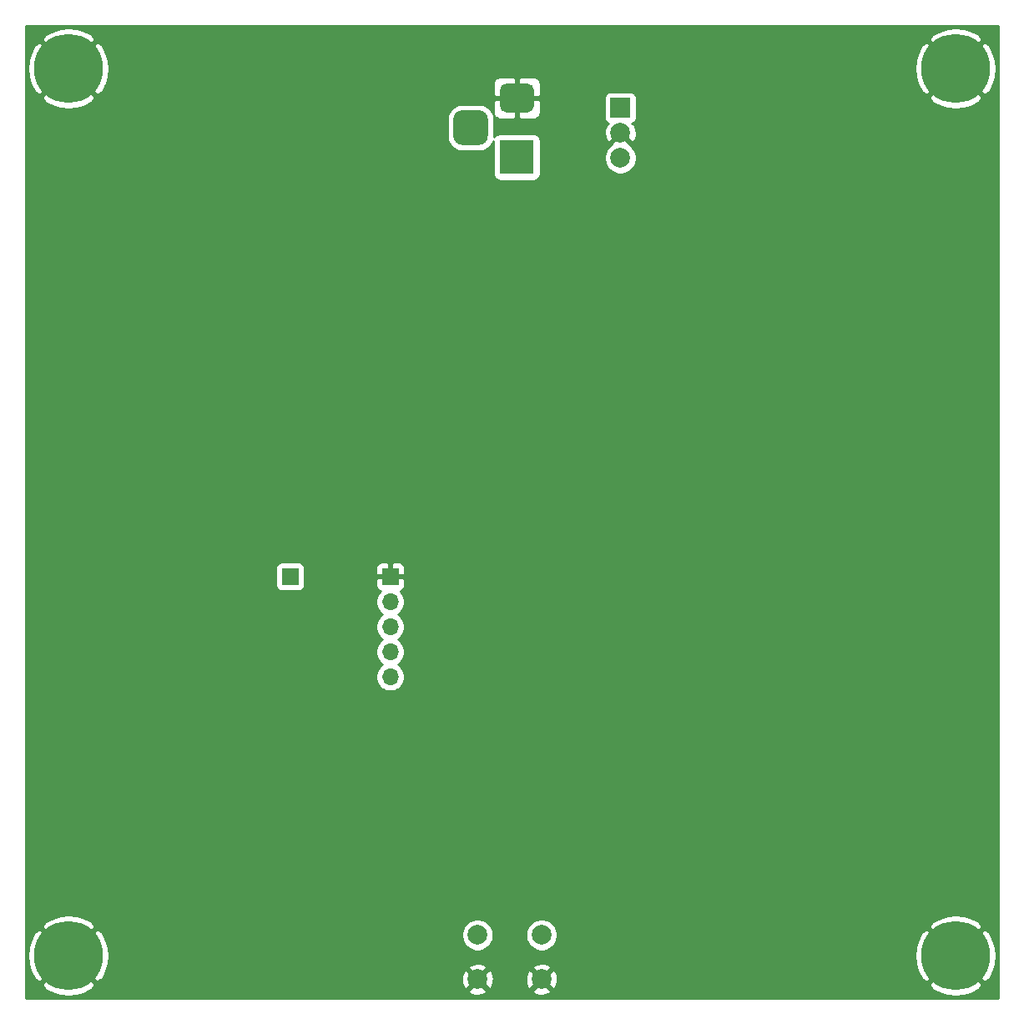
<source format=gbr>
G04 #@! TF.GenerationSoftware,KiCad,Pcbnew,(5.1.6-0-10_14)*
G04 #@! TF.CreationDate,2020-08-08T16:53:34-04:00*
G04 #@! TF.ProjectId,business-card-v4-programmer-board-pcb,62757369-6e65-4737-932d-636172642d76,rev?*
G04 #@! TF.SameCoordinates,Original*
G04 #@! TF.FileFunction,Copper,L2,Bot*
G04 #@! TF.FilePolarity,Positive*
%FSLAX46Y46*%
G04 Gerber Fmt 4.6, Leading zero omitted, Abs format (unit mm)*
G04 Created by KiCad (PCBNEW (5.1.6-0-10_14)) date 2020-08-08 16:53:34*
%MOMM*%
%LPD*%
G01*
G04 APERTURE LIST*
G04 #@! TA.AperFunction,ComponentPad*
%ADD10R,3.500000X3.500000*%
G04 #@! TD*
G04 #@! TA.AperFunction,ComponentPad*
%ADD11R,1.700000X1.700000*%
G04 #@! TD*
G04 #@! TA.AperFunction,ComponentPad*
%ADD12O,1.700000X1.700000*%
G04 #@! TD*
G04 #@! TA.AperFunction,ComponentPad*
%ADD13C,2.000000*%
G04 #@! TD*
G04 #@! TA.AperFunction,ComponentPad*
%ADD14R,2.000000X2.000000*%
G04 #@! TD*
G04 #@! TA.AperFunction,ComponentPad*
%ADD15C,0.800000*%
G04 #@! TD*
G04 #@! TA.AperFunction,ComponentPad*
%ADD16C,7.000000*%
G04 #@! TD*
G04 #@! TA.AperFunction,ViaPad*
%ADD17C,0.800000*%
G04 #@! TD*
G04 #@! TA.AperFunction,ViaPad*
%ADD18C,1.600000*%
G04 #@! TD*
G04 #@! TA.AperFunction,Conductor*
%ADD19C,0.254000*%
G04 #@! TD*
G04 APERTURE END LIST*
G04 #@! TA.AperFunction,ComponentPad*
G36*
G01*
X142425000Y-69250000D02*
X144175000Y-69250000D01*
G75*
G02*
X145050000Y-70125000I0J-875000D01*
G01*
X145050000Y-71875000D01*
G75*
G02*
X144175000Y-72750000I-875000J0D01*
G01*
X142425000Y-72750000D01*
G75*
G02*
X141550000Y-71875000I0J875000D01*
G01*
X141550000Y-70125000D01*
G75*
G02*
X142425000Y-69250000I875000J0D01*
G01*
G37*
G04 #@! TD.AperFunction*
G04 #@! TA.AperFunction,ComponentPad*
G36*
G01*
X147000000Y-66500000D02*
X149000000Y-66500000D01*
G75*
G02*
X149750000Y-67250000I0J-750000D01*
G01*
X149750000Y-68750000D01*
G75*
G02*
X149000000Y-69500000I-750000J0D01*
G01*
X147000000Y-69500000D01*
G75*
G02*
X146250000Y-68750000I0J750000D01*
G01*
X146250000Y-67250000D01*
G75*
G02*
X147000000Y-66500000I750000J0D01*
G01*
G37*
G04 #@! TD.AperFunction*
D10*
X148000000Y-74000000D03*
D11*
X124990000Y-116550000D03*
D12*
X135150000Y-126710000D03*
X135150000Y-124170000D03*
X135150000Y-121630000D03*
X135150000Y-119090000D03*
D11*
X135150000Y-116550000D03*
D13*
X158500000Y-74080000D03*
X158500000Y-71540000D03*
D14*
X158500000Y-69000000D03*
D13*
X150500000Y-152908000D03*
X150500000Y-157408000D03*
X144000000Y-152908000D03*
X144000000Y-157408000D03*
D15*
X104356155Y-153143845D03*
X102500000Y-152375000D03*
X100643845Y-153143845D03*
X99875000Y-155000000D03*
X100643845Y-156856155D03*
X102500000Y-157625000D03*
X104356155Y-156856155D03*
X105125000Y-155000000D03*
D16*
X102500000Y-155000000D03*
D15*
X190643845Y-66856155D03*
X192500000Y-67625000D03*
X194356155Y-66856155D03*
X195125000Y-65000000D03*
X194356155Y-63143845D03*
X192500000Y-62375000D03*
X190643845Y-63143845D03*
X189875000Y-65000000D03*
D16*
X192500000Y-65000000D03*
D15*
X194356155Y-153143845D03*
X192500000Y-152375000D03*
X190643845Y-153143845D03*
X189875000Y-155000000D03*
X190643845Y-156856155D03*
X192500000Y-157625000D03*
X194356155Y-156856155D03*
X195125000Y-155000000D03*
D16*
X192500000Y-155000000D03*
D15*
X100643845Y-66856155D03*
X102500000Y-67625000D03*
X104356155Y-66856155D03*
X105125000Y-65000000D03*
X104356155Y-63143845D03*
X102500000Y-62375000D03*
X100643845Y-63143845D03*
X99875000Y-65000000D03*
D16*
X102500000Y-65000000D03*
D17*
X158496000Y-83058000D03*
D18*
X153924000Y-78740000D03*
D17*
X157988000Y-153424000D03*
X136500000Y-73000000D03*
D19*
G36*
X196840001Y-159340000D02*
G01*
X98160000Y-159340000D01*
X98160000Y-157914155D01*
X99765450Y-157914155D01*
X100161634Y-158434550D01*
X100876612Y-158824748D01*
X101653976Y-159067964D01*
X102463853Y-159154851D01*
X103275118Y-159082069D01*
X104056597Y-158852415D01*
X104646996Y-158543413D01*
X143044192Y-158543413D01*
X143139956Y-158807814D01*
X143429571Y-158948704D01*
X143741108Y-159030384D01*
X144062595Y-159049718D01*
X144381675Y-159005961D01*
X144686088Y-158900795D01*
X144860044Y-158807814D01*
X144955808Y-158543413D01*
X149544192Y-158543413D01*
X149639956Y-158807814D01*
X149929571Y-158948704D01*
X150241108Y-159030384D01*
X150562595Y-159049718D01*
X150881675Y-159005961D01*
X151186088Y-158900795D01*
X151360044Y-158807814D01*
X151455808Y-158543413D01*
X150500000Y-157587605D01*
X149544192Y-158543413D01*
X144955808Y-158543413D01*
X144000000Y-157587605D01*
X143044192Y-158543413D01*
X104646996Y-158543413D01*
X104778256Y-158474715D01*
X104838366Y-158434550D01*
X105234550Y-157914155D01*
X102500000Y-155179605D01*
X99765450Y-157914155D01*
X98160000Y-157914155D01*
X98160000Y-154963853D01*
X98345149Y-154963853D01*
X98417931Y-155775118D01*
X98647585Y-156556597D01*
X99025285Y-157278256D01*
X99065450Y-157338366D01*
X99585845Y-157734550D01*
X102320395Y-155000000D01*
X102679605Y-155000000D01*
X105414155Y-157734550D01*
X105760864Y-157470595D01*
X142358282Y-157470595D01*
X142402039Y-157789675D01*
X142507205Y-158094088D01*
X142600186Y-158268044D01*
X142864587Y-158363808D01*
X143820395Y-157408000D01*
X144179605Y-157408000D01*
X145135413Y-158363808D01*
X145399814Y-158268044D01*
X145540704Y-157978429D01*
X145622384Y-157666892D01*
X145634189Y-157470595D01*
X148858282Y-157470595D01*
X148902039Y-157789675D01*
X149007205Y-158094088D01*
X149100186Y-158268044D01*
X149364587Y-158363808D01*
X150320395Y-157408000D01*
X150679605Y-157408000D01*
X151635413Y-158363808D01*
X151899814Y-158268044D01*
X152040704Y-157978429D01*
X152057555Y-157914155D01*
X189765450Y-157914155D01*
X190161634Y-158434550D01*
X190876612Y-158824748D01*
X191653976Y-159067964D01*
X192463853Y-159154851D01*
X193275118Y-159082069D01*
X194056597Y-158852415D01*
X194778256Y-158474715D01*
X194838366Y-158434550D01*
X195234550Y-157914155D01*
X192500000Y-155179605D01*
X189765450Y-157914155D01*
X152057555Y-157914155D01*
X152122384Y-157666892D01*
X152141718Y-157345405D01*
X152097961Y-157026325D01*
X151992795Y-156721912D01*
X151899814Y-156547956D01*
X151635413Y-156452192D01*
X150679605Y-157408000D01*
X150320395Y-157408000D01*
X149364587Y-156452192D01*
X149100186Y-156547956D01*
X148959296Y-156837571D01*
X148877616Y-157149108D01*
X148858282Y-157470595D01*
X145634189Y-157470595D01*
X145641718Y-157345405D01*
X145597961Y-157026325D01*
X145492795Y-156721912D01*
X145399814Y-156547956D01*
X145135413Y-156452192D01*
X144179605Y-157408000D01*
X143820395Y-157408000D01*
X142864587Y-156452192D01*
X142600186Y-156547956D01*
X142459296Y-156837571D01*
X142377616Y-157149108D01*
X142358282Y-157470595D01*
X105760864Y-157470595D01*
X105934550Y-157338366D01*
X106324748Y-156623388D01*
X106434504Y-156272587D01*
X143044192Y-156272587D01*
X144000000Y-157228395D01*
X144955808Y-156272587D01*
X149544192Y-156272587D01*
X150500000Y-157228395D01*
X151455808Y-156272587D01*
X151360044Y-156008186D01*
X151070429Y-155867296D01*
X150758892Y-155785616D01*
X150437405Y-155766282D01*
X150118325Y-155810039D01*
X149813912Y-155915205D01*
X149639956Y-156008186D01*
X149544192Y-156272587D01*
X144955808Y-156272587D01*
X144860044Y-156008186D01*
X144570429Y-155867296D01*
X144258892Y-155785616D01*
X143937405Y-155766282D01*
X143618325Y-155810039D01*
X143313912Y-155915205D01*
X143139956Y-156008186D01*
X143044192Y-156272587D01*
X106434504Y-156272587D01*
X106567964Y-155846024D01*
X106654851Y-155036147D01*
X106648366Y-154963853D01*
X188345149Y-154963853D01*
X188417931Y-155775118D01*
X188647585Y-156556597D01*
X189025285Y-157278256D01*
X189065450Y-157338366D01*
X189585845Y-157734550D01*
X192320395Y-155000000D01*
X192679605Y-155000000D01*
X195414155Y-157734550D01*
X195934550Y-157338366D01*
X196324748Y-156623388D01*
X196567964Y-155846024D01*
X196654851Y-155036147D01*
X196582069Y-154224882D01*
X196352415Y-153443403D01*
X195974715Y-152721744D01*
X195934550Y-152661634D01*
X195414155Y-152265450D01*
X192679605Y-155000000D01*
X192320395Y-155000000D01*
X189585845Y-152265450D01*
X189065450Y-152661634D01*
X188675252Y-153376612D01*
X188432036Y-154153976D01*
X188345149Y-154963853D01*
X106648366Y-154963853D01*
X106582069Y-154224882D01*
X106352415Y-153443403D01*
X105987917Y-152746967D01*
X142365000Y-152746967D01*
X142365000Y-153069033D01*
X142427832Y-153384912D01*
X142551082Y-153682463D01*
X142730013Y-153950252D01*
X142957748Y-154177987D01*
X143225537Y-154356918D01*
X143523088Y-154480168D01*
X143838967Y-154543000D01*
X144161033Y-154543000D01*
X144476912Y-154480168D01*
X144774463Y-154356918D01*
X145042252Y-154177987D01*
X145269987Y-153950252D01*
X145448918Y-153682463D01*
X145572168Y-153384912D01*
X145635000Y-153069033D01*
X145635000Y-152746967D01*
X148865000Y-152746967D01*
X148865000Y-153069033D01*
X148927832Y-153384912D01*
X149051082Y-153682463D01*
X149230013Y-153950252D01*
X149457748Y-154177987D01*
X149725537Y-154356918D01*
X150023088Y-154480168D01*
X150338967Y-154543000D01*
X150661033Y-154543000D01*
X150976912Y-154480168D01*
X151274463Y-154356918D01*
X151542252Y-154177987D01*
X151769987Y-153950252D01*
X151948918Y-153682463D01*
X152072168Y-153384912D01*
X152135000Y-153069033D01*
X152135000Y-152746967D01*
X152072168Y-152431088D01*
X151948918Y-152133537D01*
X151917052Y-152085845D01*
X189765450Y-152085845D01*
X192500000Y-154820395D01*
X195234550Y-152085845D01*
X194838366Y-151565450D01*
X194123388Y-151175252D01*
X193346024Y-150932036D01*
X192536147Y-150845149D01*
X191724882Y-150917931D01*
X190943403Y-151147585D01*
X190221744Y-151525285D01*
X190161634Y-151565450D01*
X189765450Y-152085845D01*
X151917052Y-152085845D01*
X151769987Y-151865748D01*
X151542252Y-151638013D01*
X151274463Y-151459082D01*
X150976912Y-151335832D01*
X150661033Y-151273000D01*
X150338967Y-151273000D01*
X150023088Y-151335832D01*
X149725537Y-151459082D01*
X149457748Y-151638013D01*
X149230013Y-151865748D01*
X149051082Y-152133537D01*
X148927832Y-152431088D01*
X148865000Y-152746967D01*
X145635000Y-152746967D01*
X145572168Y-152431088D01*
X145448918Y-152133537D01*
X145269987Y-151865748D01*
X145042252Y-151638013D01*
X144774463Y-151459082D01*
X144476912Y-151335832D01*
X144161033Y-151273000D01*
X143838967Y-151273000D01*
X143523088Y-151335832D01*
X143225537Y-151459082D01*
X142957748Y-151638013D01*
X142730013Y-151865748D01*
X142551082Y-152133537D01*
X142427832Y-152431088D01*
X142365000Y-152746967D01*
X105987917Y-152746967D01*
X105974715Y-152721744D01*
X105934550Y-152661634D01*
X105414155Y-152265450D01*
X102679605Y-155000000D01*
X102320395Y-155000000D01*
X99585845Y-152265450D01*
X99065450Y-152661634D01*
X98675252Y-153376612D01*
X98432036Y-154153976D01*
X98345149Y-154963853D01*
X98160000Y-154963853D01*
X98160000Y-152085845D01*
X99765450Y-152085845D01*
X102500000Y-154820395D01*
X105234550Y-152085845D01*
X104838366Y-151565450D01*
X104123388Y-151175252D01*
X103346024Y-150932036D01*
X102536147Y-150845149D01*
X101724882Y-150917931D01*
X100943403Y-151147585D01*
X100221744Y-151525285D01*
X100161634Y-151565450D01*
X99765450Y-152085845D01*
X98160000Y-152085845D01*
X98160000Y-115700000D01*
X123501928Y-115700000D01*
X123501928Y-117400000D01*
X123514188Y-117524482D01*
X123550498Y-117644180D01*
X123609463Y-117754494D01*
X123688815Y-117851185D01*
X123785506Y-117930537D01*
X123895820Y-117989502D01*
X124015518Y-118025812D01*
X124140000Y-118038072D01*
X125840000Y-118038072D01*
X125964482Y-118025812D01*
X126084180Y-117989502D01*
X126194494Y-117930537D01*
X126291185Y-117851185D01*
X126370537Y-117754494D01*
X126429502Y-117644180D01*
X126465812Y-117524482D01*
X126478072Y-117400000D01*
X133661928Y-117400000D01*
X133674188Y-117524482D01*
X133710498Y-117644180D01*
X133769463Y-117754494D01*
X133848815Y-117851185D01*
X133945506Y-117930537D01*
X134055820Y-117989502D01*
X134128380Y-118011513D01*
X133996525Y-118143368D01*
X133834010Y-118386589D01*
X133722068Y-118656842D01*
X133665000Y-118943740D01*
X133665000Y-119236260D01*
X133722068Y-119523158D01*
X133834010Y-119793411D01*
X133996525Y-120036632D01*
X134203368Y-120243475D01*
X134377760Y-120360000D01*
X134203368Y-120476525D01*
X133996525Y-120683368D01*
X133834010Y-120926589D01*
X133722068Y-121196842D01*
X133665000Y-121483740D01*
X133665000Y-121776260D01*
X133722068Y-122063158D01*
X133834010Y-122333411D01*
X133996525Y-122576632D01*
X134203368Y-122783475D01*
X134377760Y-122900000D01*
X134203368Y-123016525D01*
X133996525Y-123223368D01*
X133834010Y-123466589D01*
X133722068Y-123736842D01*
X133665000Y-124023740D01*
X133665000Y-124316260D01*
X133722068Y-124603158D01*
X133834010Y-124873411D01*
X133996525Y-125116632D01*
X134203368Y-125323475D01*
X134377760Y-125440000D01*
X134203368Y-125556525D01*
X133996525Y-125763368D01*
X133834010Y-126006589D01*
X133722068Y-126276842D01*
X133665000Y-126563740D01*
X133665000Y-126856260D01*
X133722068Y-127143158D01*
X133834010Y-127413411D01*
X133996525Y-127656632D01*
X134203368Y-127863475D01*
X134446589Y-128025990D01*
X134716842Y-128137932D01*
X135003740Y-128195000D01*
X135296260Y-128195000D01*
X135583158Y-128137932D01*
X135853411Y-128025990D01*
X136096632Y-127863475D01*
X136303475Y-127656632D01*
X136465990Y-127413411D01*
X136577932Y-127143158D01*
X136635000Y-126856260D01*
X136635000Y-126563740D01*
X136577932Y-126276842D01*
X136465990Y-126006589D01*
X136303475Y-125763368D01*
X136096632Y-125556525D01*
X135922240Y-125440000D01*
X136096632Y-125323475D01*
X136303475Y-125116632D01*
X136465990Y-124873411D01*
X136577932Y-124603158D01*
X136635000Y-124316260D01*
X136635000Y-124023740D01*
X136577932Y-123736842D01*
X136465990Y-123466589D01*
X136303475Y-123223368D01*
X136096632Y-123016525D01*
X135922240Y-122900000D01*
X136096632Y-122783475D01*
X136303475Y-122576632D01*
X136465990Y-122333411D01*
X136577932Y-122063158D01*
X136635000Y-121776260D01*
X136635000Y-121483740D01*
X136577932Y-121196842D01*
X136465990Y-120926589D01*
X136303475Y-120683368D01*
X136096632Y-120476525D01*
X135922240Y-120360000D01*
X136096632Y-120243475D01*
X136303475Y-120036632D01*
X136465990Y-119793411D01*
X136577932Y-119523158D01*
X136635000Y-119236260D01*
X136635000Y-118943740D01*
X136577932Y-118656842D01*
X136465990Y-118386589D01*
X136303475Y-118143368D01*
X136171620Y-118011513D01*
X136244180Y-117989502D01*
X136354494Y-117930537D01*
X136451185Y-117851185D01*
X136530537Y-117754494D01*
X136589502Y-117644180D01*
X136625812Y-117524482D01*
X136638072Y-117400000D01*
X136635000Y-116835750D01*
X136476250Y-116677000D01*
X135277000Y-116677000D01*
X135277000Y-116697000D01*
X135023000Y-116697000D01*
X135023000Y-116677000D01*
X133823750Y-116677000D01*
X133665000Y-116835750D01*
X133661928Y-117400000D01*
X126478072Y-117400000D01*
X126478072Y-115700000D01*
X133661928Y-115700000D01*
X133665000Y-116264250D01*
X133823750Y-116423000D01*
X135023000Y-116423000D01*
X135023000Y-115223750D01*
X135277000Y-115223750D01*
X135277000Y-116423000D01*
X136476250Y-116423000D01*
X136635000Y-116264250D01*
X136638072Y-115700000D01*
X136625812Y-115575518D01*
X136589502Y-115455820D01*
X136530537Y-115345506D01*
X136451185Y-115248815D01*
X136354494Y-115169463D01*
X136244180Y-115110498D01*
X136124482Y-115074188D01*
X136000000Y-115061928D01*
X135435750Y-115065000D01*
X135277000Y-115223750D01*
X135023000Y-115223750D01*
X134864250Y-115065000D01*
X134300000Y-115061928D01*
X134175518Y-115074188D01*
X134055820Y-115110498D01*
X133945506Y-115169463D01*
X133848815Y-115248815D01*
X133769463Y-115345506D01*
X133710498Y-115455820D01*
X133674188Y-115575518D01*
X133661928Y-115700000D01*
X126478072Y-115700000D01*
X126465812Y-115575518D01*
X126429502Y-115455820D01*
X126370537Y-115345506D01*
X126291185Y-115248815D01*
X126194494Y-115169463D01*
X126084180Y-115110498D01*
X125964482Y-115074188D01*
X125840000Y-115061928D01*
X124140000Y-115061928D01*
X124015518Y-115074188D01*
X123895820Y-115110498D01*
X123785506Y-115169463D01*
X123688815Y-115248815D01*
X123609463Y-115345506D01*
X123550498Y-115455820D01*
X123514188Y-115575518D01*
X123501928Y-115700000D01*
X98160000Y-115700000D01*
X98160000Y-70125000D01*
X140911928Y-70125000D01*
X140911928Y-71875000D01*
X140941001Y-72170186D01*
X141027104Y-72454028D01*
X141166927Y-72715618D01*
X141355097Y-72944903D01*
X141584382Y-73133073D01*
X141845972Y-73272896D01*
X142129814Y-73358999D01*
X142425000Y-73388072D01*
X144175000Y-73388072D01*
X144470186Y-73358999D01*
X144754028Y-73272896D01*
X145015618Y-73133073D01*
X145244903Y-72944903D01*
X145433073Y-72715618D01*
X145572896Y-72454028D01*
X145611928Y-72325357D01*
X145611928Y-75750000D01*
X145624188Y-75874482D01*
X145660498Y-75994180D01*
X145719463Y-76104494D01*
X145798815Y-76201185D01*
X145895506Y-76280537D01*
X146005820Y-76339502D01*
X146125518Y-76375812D01*
X146250000Y-76388072D01*
X149750000Y-76388072D01*
X149874482Y-76375812D01*
X149994180Y-76339502D01*
X150104494Y-76280537D01*
X150201185Y-76201185D01*
X150280537Y-76104494D01*
X150339502Y-75994180D01*
X150375812Y-75874482D01*
X150388072Y-75750000D01*
X150388072Y-73918967D01*
X156865000Y-73918967D01*
X156865000Y-74241033D01*
X156927832Y-74556912D01*
X157051082Y-74854463D01*
X157230013Y-75122252D01*
X157457748Y-75349987D01*
X157725537Y-75528918D01*
X158023088Y-75652168D01*
X158338967Y-75715000D01*
X158661033Y-75715000D01*
X158976912Y-75652168D01*
X159274463Y-75528918D01*
X159542252Y-75349987D01*
X159769987Y-75122252D01*
X159948918Y-74854463D01*
X160072168Y-74556912D01*
X160135000Y-74241033D01*
X160135000Y-73918967D01*
X160072168Y-73603088D01*
X159948918Y-73305537D01*
X159769987Y-73037748D01*
X159542252Y-72810013D01*
X159433400Y-72737280D01*
X159455808Y-72675413D01*
X158500000Y-71719605D01*
X157544192Y-72675413D01*
X157566600Y-72737280D01*
X157457748Y-72810013D01*
X157230013Y-73037748D01*
X157051082Y-73305537D01*
X156927832Y-73603088D01*
X156865000Y-73918967D01*
X150388072Y-73918967D01*
X150388072Y-72250000D01*
X150375812Y-72125518D01*
X150339502Y-72005820D01*
X150280537Y-71895506D01*
X150201185Y-71798815D01*
X150104494Y-71719463D01*
X149994180Y-71660498D01*
X149874482Y-71624188D01*
X149750000Y-71611928D01*
X146250000Y-71611928D01*
X146125518Y-71624188D01*
X146005820Y-71660498D01*
X145895506Y-71719463D01*
X145798815Y-71798815D01*
X145719463Y-71895506D01*
X145678506Y-71972131D01*
X145688072Y-71875000D01*
X145688072Y-71602595D01*
X156858282Y-71602595D01*
X156902039Y-71921675D01*
X157007205Y-72226088D01*
X157100186Y-72400044D01*
X157364587Y-72495808D01*
X158320395Y-71540000D01*
X158306253Y-71525858D01*
X158485858Y-71346253D01*
X158500000Y-71360395D01*
X158514143Y-71346253D01*
X158693748Y-71525858D01*
X158679605Y-71540000D01*
X159635413Y-72495808D01*
X159899814Y-72400044D01*
X160040704Y-72110429D01*
X160122384Y-71798892D01*
X160141718Y-71477405D01*
X160097961Y-71158325D01*
X159992795Y-70853912D01*
X159899814Y-70679956D01*
X159692967Y-70605037D01*
X159744180Y-70589502D01*
X159854494Y-70530537D01*
X159951185Y-70451185D01*
X160030537Y-70354494D01*
X160089502Y-70244180D01*
X160125812Y-70124482D01*
X160138072Y-70000000D01*
X160138072Y-68000000D01*
X160129618Y-67914155D01*
X189765450Y-67914155D01*
X190161634Y-68434550D01*
X190876612Y-68824748D01*
X191653976Y-69067964D01*
X192463853Y-69154851D01*
X193275118Y-69082069D01*
X194056597Y-68852415D01*
X194778256Y-68474715D01*
X194838366Y-68434550D01*
X195234550Y-67914155D01*
X192500000Y-65179605D01*
X189765450Y-67914155D01*
X160129618Y-67914155D01*
X160125812Y-67875518D01*
X160089502Y-67755820D01*
X160030537Y-67645506D01*
X159951185Y-67548815D01*
X159854494Y-67469463D01*
X159744180Y-67410498D01*
X159624482Y-67374188D01*
X159500000Y-67361928D01*
X157500000Y-67361928D01*
X157375518Y-67374188D01*
X157255820Y-67410498D01*
X157145506Y-67469463D01*
X157048815Y-67548815D01*
X156969463Y-67645506D01*
X156910498Y-67755820D01*
X156874188Y-67875518D01*
X156861928Y-68000000D01*
X156861928Y-70000000D01*
X156874188Y-70124482D01*
X156910498Y-70244180D01*
X156969463Y-70354494D01*
X157048815Y-70451185D01*
X157145506Y-70530537D01*
X157255820Y-70589502D01*
X157307033Y-70605037D01*
X157100186Y-70679956D01*
X156959296Y-70969571D01*
X156877616Y-71281108D01*
X156858282Y-71602595D01*
X145688072Y-71602595D01*
X145688072Y-70125000D01*
X145658999Y-69829814D01*
X145572896Y-69545972D01*
X145548324Y-69500000D01*
X145611928Y-69500000D01*
X145624188Y-69624482D01*
X145660498Y-69744180D01*
X145719463Y-69854494D01*
X145798815Y-69951185D01*
X145895506Y-70030537D01*
X146005820Y-70089502D01*
X146125518Y-70125812D01*
X146250000Y-70138072D01*
X147714250Y-70135000D01*
X147873000Y-69976250D01*
X147873000Y-68127000D01*
X148127000Y-68127000D01*
X148127000Y-69976250D01*
X148285750Y-70135000D01*
X149750000Y-70138072D01*
X149874482Y-70125812D01*
X149994180Y-70089502D01*
X150104494Y-70030537D01*
X150201185Y-69951185D01*
X150280537Y-69854494D01*
X150339502Y-69744180D01*
X150375812Y-69624482D01*
X150388072Y-69500000D01*
X150385000Y-68285750D01*
X150226250Y-68127000D01*
X148127000Y-68127000D01*
X147873000Y-68127000D01*
X145773750Y-68127000D01*
X145615000Y-68285750D01*
X145611928Y-69500000D01*
X145548324Y-69500000D01*
X145433073Y-69284382D01*
X145244903Y-69055097D01*
X145015618Y-68866927D01*
X144754028Y-68727104D01*
X144470186Y-68641001D01*
X144175000Y-68611928D01*
X142425000Y-68611928D01*
X142129814Y-68641001D01*
X141845972Y-68727104D01*
X141584382Y-68866927D01*
X141355097Y-69055097D01*
X141166927Y-69284382D01*
X141027104Y-69545972D01*
X140941001Y-69829814D01*
X140911928Y-70125000D01*
X98160000Y-70125000D01*
X98160000Y-67914155D01*
X99765450Y-67914155D01*
X100161634Y-68434550D01*
X100876612Y-68824748D01*
X101653976Y-69067964D01*
X102463853Y-69154851D01*
X103275118Y-69082069D01*
X104056597Y-68852415D01*
X104778256Y-68474715D01*
X104838366Y-68434550D01*
X105234550Y-67914155D01*
X102500000Y-65179605D01*
X99765450Y-67914155D01*
X98160000Y-67914155D01*
X98160000Y-64963853D01*
X98345149Y-64963853D01*
X98417931Y-65775118D01*
X98647585Y-66556597D01*
X99025285Y-67278256D01*
X99065450Y-67338366D01*
X99585845Y-67734550D01*
X102320395Y-65000000D01*
X102679605Y-65000000D01*
X105414155Y-67734550D01*
X105934550Y-67338366D01*
X106324748Y-66623388D01*
X106363352Y-66500000D01*
X145611928Y-66500000D01*
X145615000Y-67714250D01*
X145773750Y-67873000D01*
X147873000Y-67873000D01*
X147873000Y-66023750D01*
X148127000Y-66023750D01*
X148127000Y-67873000D01*
X150226250Y-67873000D01*
X150385000Y-67714250D01*
X150388072Y-66500000D01*
X150375812Y-66375518D01*
X150339502Y-66255820D01*
X150280537Y-66145506D01*
X150201185Y-66048815D01*
X150104494Y-65969463D01*
X149994180Y-65910498D01*
X149874482Y-65874188D01*
X149750000Y-65861928D01*
X148285750Y-65865000D01*
X148127000Y-66023750D01*
X147873000Y-66023750D01*
X147714250Y-65865000D01*
X146250000Y-65861928D01*
X146125518Y-65874188D01*
X146005820Y-65910498D01*
X145895506Y-65969463D01*
X145798815Y-66048815D01*
X145719463Y-66145506D01*
X145660498Y-66255820D01*
X145624188Y-66375518D01*
X145611928Y-66500000D01*
X106363352Y-66500000D01*
X106567964Y-65846024D01*
X106654851Y-65036147D01*
X106648366Y-64963853D01*
X188345149Y-64963853D01*
X188417931Y-65775118D01*
X188647585Y-66556597D01*
X189025285Y-67278256D01*
X189065450Y-67338366D01*
X189585845Y-67734550D01*
X192320395Y-65000000D01*
X192679605Y-65000000D01*
X195414155Y-67734550D01*
X195934550Y-67338366D01*
X196324748Y-66623388D01*
X196567964Y-65846024D01*
X196654851Y-65036147D01*
X196582069Y-64224882D01*
X196352415Y-63443403D01*
X195974715Y-62721744D01*
X195934550Y-62661634D01*
X195414155Y-62265450D01*
X192679605Y-65000000D01*
X192320395Y-65000000D01*
X189585845Y-62265450D01*
X189065450Y-62661634D01*
X188675252Y-63376612D01*
X188432036Y-64153976D01*
X188345149Y-64963853D01*
X106648366Y-64963853D01*
X106582069Y-64224882D01*
X106352415Y-63443403D01*
X105974715Y-62721744D01*
X105934550Y-62661634D01*
X105414155Y-62265450D01*
X102679605Y-65000000D01*
X102320395Y-65000000D01*
X99585845Y-62265450D01*
X99065450Y-62661634D01*
X98675252Y-63376612D01*
X98432036Y-64153976D01*
X98345149Y-64963853D01*
X98160000Y-64963853D01*
X98160000Y-62085845D01*
X99765450Y-62085845D01*
X102500000Y-64820395D01*
X105234550Y-62085845D01*
X189765450Y-62085845D01*
X192500000Y-64820395D01*
X195234550Y-62085845D01*
X194838366Y-61565450D01*
X194123388Y-61175252D01*
X193346024Y-60932036D01*
X192536147Y-60845149D01*
X191724882Y-60917931D01*
X190943403Y-61147585D01*
X190221744Y-61525285D01*
X190161634Y-61565450D01*
X189765450Y-62085845D01*
X105234550Y-62085845D01*
X104838366Y-61565450D01*
X104123388Y-61175252D01*
X103346024Y-60932036D01*
X102536147Y-60845149D01*
X101724882Y-60917931D01*
X100943403Y-61147585D01*
X100221744Y-61525285D01*
X100161634Y-61565450D01*
X99765450Y-62085845D01*
X98160000Y-62085845D01*
X98160000Y-60660000D01*
X196840000Y-60660000D01*
X196840001Y-159340000D01*
G37*
X196840001Y-159340000D02*
X98160000Y-159340000D01*
X98160000Y-157914155D01*
X99765450Y-157914155D01*
X100161634Y-158434550D01*
X100876612Y-158824748D01*
X101653976Y-159067964D01*
X102463853Y-159154851D01*
X103275118Y-159082069D01*
X104056597Y-158852415D01*
X104646996Y-158543413D01*
X143044192Y-158543413D01*
X143139956Y-158807814D01*
X143429571Y-158948704D01*
X143741108Y-159030384D01*
X144062595Y-159049718D01*
X144381675Y-159005961D01*
X144686088Y-158900795D01*
X144860044Y-158807814D01*
X144955808Y-158543413D01*
X149544192Y-158543413D01*
X149639956Y-158807814D01*
X149929571Y-158948704D01*
X150241108Y-159030384D01*
X150562595Y-159049718D01*
X150881675Y-159005961D01*
X151186088Y-158900795D01*
X151360044Y-158807814D01*
X151455808Y-158543413D01*
X150500000Y-157587605D01*
X149544192Y-158543413D01*
X144955808Y-158543413D01*
X144000000Y-157587605D01*
X143044192Y-158543413D01*
X104646996Y-158543413D01*
X104778256Y-158474715D01*
X104838366Y-158434550D01*
X105234550Y-157914155D01*
X102500000Y-155179605D01*
X99765450Y-157914155D01*
X98160000Y-157914155D01*
X98160000Y-154963853D01*
X98345149Y-154963853D01*
X98417931Y-155775118D01*
X98647585Y-156556597D01*
X99025285Y-157278256D01*
X99065450Y-157338366D01*
X99585845Y-157734550D01*
X102320395Y-155000000D01*
X102679605Y-155000000D01*
X105414155Y-157734550D01*
X105760864Y-157470595D01*
X142358282Y-157470595D01*
X142402039Y-157789675D01*
X142507205Y-158094088D01*
X142600186Y-158268044D01*
X142864587Y-158363808D01*
X143820395Y-157408000D01*
X144179605Y-157408000D01*
X145135413Y-158363808D01*
X145399814Y-158268044D01*
X145540704Y-157978429D01*
X145622384Y-157666892D01*
X145634189Y-157470595D01*
X148858282Y-157470595D01*
X148902039Y-157789675D01*
X149007205Y-158094088D01*
X149100186Y-158268044D01*
X149364587Y-158363808D01*
X150320395Y-157408000D01*
X150679605Y-157408000D01*
X151635413Y-158363808D01*
X151899814Y-158268044D01*
X152040704Y-157978429D01*
X152057555Y-157914155D01*
X189765450Y-157914155D01*
X190161634Y-158434550D01*
X190876612Y-158824748D01*
X191653976Y-159067964D01*
X192463853Y-159154851D01*
X193275118Y-159082069D01*
X194056597Y-158852415D01*
X194778256Y-158474715D01*
X194838366Y-158434550D01*
X195234550Y-157914155D01*
X192500000Y-155179605D01*
X189765450Y-157914155D01*
X152057555Y-157914155D01*
X152122384Y-157666892D01*
X152141718Y-157345405D01*
X152097961Y-157026325D01*
X151992795Y-156721912D01*
X151899814Y-156547956D01*
X151635413Y-156452192D01*
X150679605Y-157408000D01*
X150320395Y-157408000D01*
X149364587Y-156452192D01*
X149100186Y-156547956D01*
X148959296Y-156837571D01*
X148877616Y-157149108D01*
X148858282Y-157470595D01*
X145634189Y-157470595D01*
X145641718Y-157345405D01*
X145597961Y-157026325D01*
X145492795Y-156721912D01*
X145399814Y-156547956D01*
X145135413Y-156452192D01*
X144179605Y-157408000D01*
X143820395Y-157408000D01*
X142864587Y-156452192D01*
X142600186Y-156547956D01*
X142459296Y-156837571D01*
X142377616Y-157149108D01*
X142358282Y-157470595D01*
X105760864Y-157470595D01*
X105934550Y-157338366D01*
X106324748Y-156623388D01*
X106434504Y-156272587D01*
X143044192Y-156272587D01*
X144000000Y-157228395D01*
X144955808Y-156272587D01*
X149544192Y-156272587D01*
X150500000Y-157228395D01*
X151455808Y-156272587D01*
X151360044Y-156008186D01*
X151070429Y-155867296D01*
X150758892Y-155785616D01*
X150437405Y-155766282D01*
X150118325Y-155810039D01*
X149813912Y-155915205D01*
X149639956Y-156008186D01*
X149544192Y-156272587D01*
X144955808Y-156272587D01*
X144860044Y-156008186D01*
X144570429Y-155867296D01*
X144258892Y-155785616D01*
X143937405Y-155766282D01*
X143618325Y-155810039D01*
X143313912Y-155915205D01*
X143139956Y-156008186D01*
X143044192Y-156272587D01*
X106434504Y-156272587D01*
X106567964Y-155846024D01*
X106654851Y-155036147D01*
X106648366Y-154963853D01*
X188345149Y-154963853D01*
X188417931Y-155775118D01*
X188647585Y-156556597D01*
X189025285Y-157278256D01*
X189065450Y-157338366D01*
X189585845Y-157734550D01*
X192320395Y-155000000D01*
X192679605Y-155000000D01*
X195414155Y-157734550D01*
X195934550Y-157338366D01*
X196324748Y-156623388D01*
X196567964Y-155846024D01*
X196654851Y-155036147D01*
X196582069Y-154224882D01*
X196352415Y-153443403D01*
X195974715Y-152721744D01*
X195934550Y-152661634D01*
X195414155Y-152265450D01*
X192679605Y-155000000D01*
X192320395Y-155000000D01*
X189585845Y-152265450D01*
X189065450Y-152661634D01*
X188675252Y-153376612D01*
X188432036Y-154153976D01*
X188345149Y-154963853D01*
X106648366Y-154963853D01*
X106582069Y-154224882D01*
X106352415Y-153443403D01*
X105987917Y-152746967D01*
X142365000Y-152746967D01*
X142365000Y-153069033D01*
X142427832Y-153384912D01*
X142551082Y-153682463D01*
X142730013Y-153950252D01*
X142957748Y-154177987D01*
X143225537Y-154356918D01*
X143523088Y-154480168D01*
X143838967Y-154543000D01*
X144161033Y-154543000D01*
X144476912Y-154480168D01*
X144774463Y-154356918D01*
X145042252Y-154177987D01*
X145269987Y-153950252D01*
X145448918Y-153682463D01*
X145572168Y-153384912D01*
X145635000Y-153069033D01*
X145635000Y-152746967D01*
X148865000Y-152746967D01*
X148865000Y-153069033D01*
X148927832Y-153384912D01*
X149051082Y-153682463D01*
X149230013Y-153950252D01*
X149457748Y-154177987D01*
X149725537Y-154356918D01*
X150023088Y-154480168D01*
X150338967Y-154543000D01*
X150661033Y-154543000D01*
X150976912Y-154480168D01*
X151274463Y-154356918D01*
X151542252Y-154177987D01*
X151769987Y-153950252D01*
X151948918Y-153682463D01*
X152072168Y-153384912D01*
X152135000Y-153069033D01*
X152135000Y-152746967D01*
X152072168Y-152431088D01*
X151948918Y-152133537D01*
X151917052Y-152085845D01*
X189765450Y-152085845D01*
X192500000Y-154820395D01*
X195234550Y-152085845D01*
X194838366Y-151565450D01*
X194123388Y-151175252D01*
X193346024Y-150932036D01*
X192536147Y-150845149D01*
X191724882Y-150917931D01*
X190943403Y-151147585D01*
X190221744Y-151525285D01*
X190161634Y-151565450D01*
X189765450Y-152085845D01*
X151917052Y-152085845D01*
X151769987Y-151865748D01*
X151542252Y-151638013D01*
X151274463Y-151459082D01*
X150976912Y-151335832D01*
X150661033Y-151273000D01*
X150338967Y-151273000D01*
X150023088Y-151335832D01*
X149725537Y-151459082D01*
X149457748Y-151638013D01*
X149230013Y-151865748D01*
X149051082Y-152133537D01*
X148927832Y-152431088D01*
X148865000Y-152746967D01*
X145635000Y-152746967D01*
X145572168Y-152431088D01*
X145448918Y-152133537D01*
X145269987Y-151865748D01*
X145042252Y-151638013D01*
X144774463Y-151459082D01*
X144476912Y-151335832D01*
X144161033Y-151273000D01*
X143838967Y-151273000D01*
X143523088Y-151335832D01*
X143225537Y-151459082D01*
X142957748Y-151638013D01*
X142730013Y-151865748D01*
X142551082Y-152133537D01*
X142427832Y-152431088D01*
X142365000Y-152746967D01*
X105987917Y-152746967D01*
X105974715Y-152721744D01*
X105934550Y-152661634D01*
X105414155Y-152265450D01*
X102679605Y-155000000D01*
X102320395Y-155000000D01*
X99585845Y-152265450D01*
X99065450Y-152661634D01*
X98675252Y-153376612D01*
X98432036Y-154153976D01*
X98345149Y-154963853D01*
X98160000Y-154963853D01*
X98160000Y-152085845D01*
X99765450Y-152085845D01*
X102500000Y-154820395D01*
X105234550Y-152085845D01*
X104838366Y-151565450D01*
X104123388Y-151175252D01*
X103346024Y-150932036D01*
X102536147Y-150845149D01*
X101724882Y-150917931D01*
X100943403Y-151147585D01*
X100221744Y-151525285D01*
X100161634Y-151565450D01*
X99765450Y-152085845D01*
X98160000Y-152085845D01*
X98160000Y-115700000D01*
X123501928Y-115700000D01*
X123501928Y-117400000D01*
X123514188Y-117524482D01*
X123550498Y-117644180D01*
X123609463Y-117754494D01*
X123688815Y-117851185D01*
X123785506Y-117930537D01*
X123895820Y-117989502D01*
X124015518Y-118025812D01*
X124140000Y-118038072D01*
X125840000Y-118038072D01*
X125964482Y-118025812D01*
X126084180Y-117989502D01*
X126194494Y-117930537D01*
X126291185Y-117851185D01*
X126370537Y-117754494D01*
X126429502Y-117644180D01*
X126465812Y-117524482D01*
X126478072Y-117400000D01*
X133661928Y-117400000D01*
X133674188Y-117524482D01*
X133710498Y-117644180D01*
X133769463Y-117754494D01*
X133848815Y-117851185D01*
X133945506Y-117930537D01*
X134055820Y-117989502D01*
X134128380Y-118011513D01*
X133996525Y-118143368D01*
X133834010Y-118386589D01*
X133722068Y-118656842D01*
X133665000Y-118943740D01*
X133665000Y-119236260D01*
X133722068Y-119523158D01*
X133834010Y-119793411D01*
X133996525Y-120036632D01*
X134203368Y-120243475D01*
X134377760Y-120360000D01*
X134203368Y-120476525D01*
X133996525Y-120683368D01*
X133834010Y-120926589D01*
X133722068Y-121196842D01*
X133665000Y-121483740D01*
X133665000Y-121776260D01*
X133722068Y-122063158D01*
X133834010Y-122333411D01*
X133996525Y-122576632D01*
X134203368Y-122783475D01*
X134377760Y-122900000D01*
X134203368Y-123016525D01*
X133996525Y-123223368D01*
X133834010Y-123466589D01*
X133722068Y-123736842D01*
X133665000Y-124023740D01*
X133665000Y-124316260D01*
X133722068Y-124603158D01*
X133834010Y-124873411D01*
X133996525Y-125116632D01*
X134203368Y-125323475D01*
X134377760Y-125440000D01*
X134203368Y-125556525D01*
X133996525Y-125763368D01*
X133834010Y-126006589D01*
X133722068Y-126276842D01*
X133665000Y-126563740D01*
X133665000Y-126856260D01*
X133722068Y-127143158D01*
X133834010Y-127413411D01*
X133996525Y-127656632D01*
X134203368Y-127863475D01*
X134446589Y-128025990D01*
X134716842Y-128137932D01*
X135003740Y-128195000D01*
X135296260Y-128195000D01*
X135583158Y-128137932D01*
X135853411Y-128025990D01*
X136096632Y-127863475D01*
X136303475Y-127656632D01*
X136465990Y-127413411D01*
X136577932Y-127143158D01*
X136635000Y-126856260D01*
X136635000Y-126563740D01*
X136577932Y-126276842D01*
X136465990Y-126006589D01*
X136303475Y-125763368D01*
X136096632Y-125556525D01*
X135922240Y-125440000D01*
X136096632Y-125323475D01*
X136303475Y-125116632D01*
X136465990Y-124873411D01*
X136577932Y-124603158D01*
X136635000Y-124316260D01*
X136635000Y-124023740D01*
X136577932Y-123736842D01*
X136465990Y-123466589D01*
X136303475Y-123223368D01*
X136096632Y-123016525D01*
X135922240Y-122900000D01*
X136096632Y-122783475D01*
X136303475Y-122576632D01*
X136465990Y-122333411D01*
X136577932Y-122063158D01*
X136635000Y-121776260D01*
X136635000Y-121483740D01*
X136577932Y-121196842D01*
X136465990Y-120926589D01*
X136303475Y-120683368D01*
X136096632Y-120476525D01*
X135922240Y-120360000D01*
X136096632Y-120243475D01*
X136303475Y-120036632D01*
X136465990Y-119793411D01*
X136577932Y-119523158D01*
X136635000Y-119236260D01*
X136635000Y-118943740D01*
X136577932Y-118656842D01*
X136465990Y-118386589D01*
X136303475Y-118143368D01*
X136171620Y-118011513D01*
X136244180Y-117989502D01*
X136354494Y-117930537D01*
X136451185Y-117851185D01*
X136530537Y-117754494D01*
X136589502Y-117644180D01*
X136625812Y-117524482D01*
X136638072Y-117400000D01*
X136635000Y-116835750D01*
X136476250Y-116677000D01*
X135277000Y-116677000D01*
X135277000Y-116697000D01*
X135023000Y-116697000D01*
X135023000Y-116677000D01*
X133823750Y-116677000D01*
X133665000Y-116835750D01*
X133661928Y-117400000D01*
X126478072Y-117400000D01*
X126478072Y-115700000D01*
X133661928Y-115700000D01*
X133665000Y-116264250D01*
X133823750Y-116423000D01*
X135023000Y-116423000D01*
X135023000Y-115223750D01*
X135277000Y-115223750D01*
X135277000Y-116423000D01*
X136476250Y-116423000D01*
X136635000Y-116264250D01*
X136638072Y-115700000D01*
X136625812Y-115575518D01*
X136589502Y-115455820D01*
X136530537Y-115345506D01*
X136451185Y-115248815D01*
X136354494Y-115169463D01*
X136244180Y-115110498D01*
X136124482Y-115074188D01*
X136000000Y-115061928D01*
X135435750Y-115065000D01*
X135277000Y-115223750D01*
X135023000Y-115223750D01*
X134864250Y-115065000D01*
X134300000Y-115061928D01*
X134175518Y-115074188D01*
X134055820Y-115110498D01*
X133945506Y-115169463D01*
X133848815Y-115248815D01*
X133769463Y-115345506D01*
X133710498Y-115455820D01*
X133674188Y-115575518D01*
X133661928Y-115700000D01*
X126478072Y-115700000D01*
X126465812Y-115575518D01*
X126429502Y-115455820D01*
X126370537Y-115345506D01*
X126291185Y-115248815D01*
X126194494Y-115169463D01*
X126084180Y-115110498D01*
X125964482Y-115074188D01*
X125840000Y-115061928D01*
X124140000Y-115061928D01*
X124015518Y-115074188D01*
X123895820Y-115110498D01*
X123785506Y-115169463D01*
X123688815Y-115248815D01*
X123609463Y-115345506D01*
X123550498Y-115455820D01*
X123514188Y-115575518D01*
X123501928Y-115700000D01*
X98160000Y-115700000D01*
X98160000Y-70125000D01*
X140911928Y-70125000D01*
X140911928Y-71875000D01*
X140941001Y-72170186D01*
X141027104Y-72454028D01*
X141166927Y-72715618D01*
X141355097Y-72944903D01*
X141584382Y-73133073D01*
X141845972Y-73272896D01*
X142129814Y-73358999D01*
X142425000Y-73388072D01*
X144175000Y-73388072D01*
X144470186Y-73358999D01*
X144754028Y-73272896D01*
X145015618Y-73133073D01*
X145244903Y-72944903D01*
X145433073Y-72715618D01*
X145572896Y-72454028D01*
X145611928Y-72325357D01*
X145611928Y-75750000D01*
X145624188Y-75874482D01*
X145660498Y-75994180D01*
X145719463Y-76104494D01*
X145798815Y-76201185D01*
X145895506Y-76280537D01*
X146005820Y-76339502D01*
X146125518Y-76375812D01*
X146250000Y-76388072D01*
X149750000Y-76388072D01*
X149874482Y-76375812D01*
X149994180Y-76339502D01*
X150104494Y-76280537D01*
X150201185Y-76201185D01*
X150280537Y-76104494D01*
X150339502Y-75994180D01*
X150375812Y-75874482D01*
X150388072Y-75750000D01*
X150388072Y-73918967D01*
X156865000Y-73918967D01*
X156865000Y-74241033D01*
X156927832Y-74556912D01*
X157051082Y-74854463D01*
X157230013Y-75122252D01*
X157457748Y-75349987D01*
X157725537Y-75528918D01*
X158023088Y-75652168D01*
X158338967Y-75715000D01*
X158661033Y-75715000D01*
X158976912Y-75652168D01*
X159274463Y-75528918D01*
X159542252Y-75349987D01*
X159769987Y-75122252D01*
X159948918Y-74854463D01*
X160072168Y-74556912D01*
X160135000Y-74241033D01*
X160135000Y-73918967D01*
X160072168Y-73603088D01*
X159948918Y-73305537D01*
X159769987Y-73037748D01*
X159542252Y-72810013D01*
X159433400Y-72737280D01*
X159455808Y-72675413D01*
X158500000Y-71719605D01*
X157544192Y-72675413D01*
X157566600Y-72737280D01*
X157457748Y-72810013D01*
X157230013Y-73037748D01*
X157051082Y-73305537D01*
X156927832Y-73603088D01*
X156865000Y-73918967D01*
X150388072Y-73918967D01*
X150388072Y-72250000D01*
X150375812Y-72125518D01*
X150339502Y-72005820D01*
X150280537Y-71895506D01*
X150201185Y-71798815D01*
X150104494Y-71719463D01*
X149994180Y-71660498D01*
X149874482Y-71624188D01*
X149750000Y-71611928D01*
X146250000Y-71611928D01*
X146125518Y-71624188D01*
X146005820Y-71660498D01*
X145895506Y-71719463D01*
X145798815Y-71798815D01*
X145719463Y-71895506D01*
X145678506Y-71972131D01*
X145688072Y-71875000D01*
X145688072Y-71602595D01*
X156858282Y-71602595D01*
X156902039Y-71921675D01*
X157007205Y-72226088D01*
X157100186Y-72400044D01*
X157364587Y-72495808D01*
X158320395Y-71540000D01*
X158306253Y-71525858D01*
X158485858Y-71346253D01*
X158500000Y-71360395D01*
X158514143Y-71346253D01*
X158693748Y-71525858D01*
X158679605Y-71540000D01*
X159635413Y-72495808D01*
X159899814Y-72400044D01*
X160040704Y-72110429D01*
X160122384Y-71798892D01*
X160141718Y-71477405D01*
X160097961Y-71158325D01*
X159992795Y-70853912D01*
X159899814Y-70679956D01*
X159692967Y-70605037D01*
X159744180Y-70589502D01*
X159854494Y-70530537D01*
X159951185Y-70451185D01*
X160030537Y-70354494D01*
X160089502Y-70244180D01*
X160125812Y-70124482D01*
X160138072Y-70000000D01*
X160138072Y-68000000D01*
X160129618Y-67914155D01*
X189765450Y-67914155D01*
X190161634Y-68434550D01*
X190876612Y-68824748D01*
X191653976Y-69067964D01*
X192463853Y-69154851D01*
X193275118Y-69082069D01*
X194056597Y-68852415D01*
X194778256Y-68474715D01*
X194838366Y-68434550D01*
X195234550Y-67914155D01*
X192500000Y-65179605D01*
X189765450Y-67914155D01*
X160129618Y-67914155D01*
X160125812Y-67875518D01*
X160089502Y-67755820D01*
X160030537Y-67645506D01*
X159951185Y-67548815D01*
X159854494Y-67469463D01*
X159744180Y-67410498D01*
X159624482Y-67374188D01*
X159500000Y-67361928D01*
X157500000Y-67361928D01*
X157375518Y-67374188D01*
X157255820Y-67410498D01*
X157145506Y-67469463D01*
X157048815Y-67548815D01*
X156969463Y-67645506D01*
X156910498Y-67755820D01*
X156874188Y-67875518D01*
X156861928Y-68000000D01*
X156861928Y-70000000D01*
X156874188Y-70124482D01*
X156910498Y-70244180D01*
X156969463Y-70354494D01*
X157048815Y-70451185D01*
X157145506Y-70530537D01*
X157255820Y-70589502D01*
X157307033Y-70605037D01*
X157100186Y-70679956D01*
X156959296Y-70969571D01*
X156877616Y-71281108D01*
X156858282Y-71602595D01*
X145688072Y-71602595D01*
X145688072Y-70125000D01*
X145658999Y-69829814D01*
X145572896Y-69545972D01*
X145548324Y-69500000D01*
X145611928Y-69500000D01*
X145624188Y-69624482D01*
X145660498Y-69744180D01*
X145719463Y-69854494D01*
X145798815Y-69951185D01*
X145895506Y-70030537D01*
X146005820Y-70089502D01*
X146125518Y-70125812D01*
X146250000Y-70138072D01*
X147714250Y-70135000D01*
X147873000Y-69976250D01*
X147873000Y-68127000D01*
X148127000Y-68127000D01*
X148127000Y-69976250D01*
X148285750Y-70135000D01*
X149750000Y-70138072D01*
X149874482Y-70125812D01*
X149994180Y-70089502D01*
X150104494Y-70030537D01*
X150201185Y-69951185D01*
X150280537Y-69854494D01*
X150339502Y-69744180D01*
X150375812Y-69624482D01*
X150388072Y-69500000D01*
X150385000Y-68285750D01*
X150226250Y-68127000D01*
X148127000Y-68127000D01*
X147873000Y-68127000D01*
X145773750Y-68127000D01*
X145615000Y-68285750D01*
X145611928Y-69500000D01*
X145548324Y-69500000D01*
X145433073Y-69284382D01*
X145244903Y-69055097D01*
X145015618Y-68866927D01*
X144754028Y-68727104D01*
X144470186Y-68641001D01*
X144175000Y-68611928D01*
X142425000Y-68611928D01*
X142129814Y-68641001D01*
X141845972Y-68727104D01*
X141584382Y-68866927D01*
X141355097Y-69055097D01*
X141166927Y-69284382D01*
X141027104Y-69545972D01*
X140941001Y-69829814D01*
X140911928Y-70125000D01*
X98160000Y-70125000D01*
X98160000Y-67914155D01*
X99765450Y-67914155D01*
X100161634Y-68434550D01*
X100876612Y-68824748D01*
X101653976Y-69067964D01*
X102463853Y-69154851D01*
X103275118Y-69082069D01*
X104056597Y-68852415D01*
X104778256Y-68474715D01*
X104838366Y-68434550D01*
X105234550Y-67914155D01*
X102500000Y-65179605D01*
X99765450Y-67914155D01*
X98160000Y-67914155D01*
X98160000Y-64963853D01*
X98345149Y-64963853D01*
X98417931Y-65775118D01*
X98647585Y-66556597D01*
X99025285Y-67278256D01*
X99065450Y-67338366D01*
X99585845Y-67734550D01*
X102320395Y-65000000D01*
X102679605Y-65000000D01*
X105414155Y-67734550D01*
X105934550Y-67338366D01*
X106324748Y-66623388D01*
X106363352Y-66500000D01*
X145611928Y-66500000D01*
X145615000Y-67714250D01*
X145773750Y-67873000D01*
X147873000Y-67873000D01*
X147873000Y-66023750D01*
X148127000Y-66023750D01*
X148127000Y-67873000D01*
X150226250Y-67873000D01*
X150385000Y-67714250D01*
X150388072Y-66500000D01*
X150375812Y-66375518D01*
X150339502Y-66255820D01*
X150280537Y-66145506D01*
X150201185Y-66048815D01*
X150104494Y-65969463D01*
X149994180Y-65910498D01*
X149874482Y-65874188D01*
X149750000Y-65861928D01*
X148285750Y-65865000D01*
X148127000Y-66023750D01*
X147873000Y-66023750D01*
X147714250Y-65865000D01*
X146250000Y-65861928D01*
X146125518Y-65874188D01*
X146005820Y-65910498D01*
X145895506Y-65969463D01*
X145798815Y-66048815D01*
X145719463Y-66145506D01*
X145660498Y-66255820D01*
X145624188Y-66375518D01*
X145611928Y-66500000D01*
X106363352Y-66500000D01*
X106567964Y-65846024D01*
X106654851Y-65036147D01*
X106648366Y-64963853D01*
X188345149Y-64963853D01*
X188417931Y-65775118D01*
X188647585Y-66556597D01*
X189025285Y-67278256D01*
X189065450Y-67338366D01*
X189585845Y-67734550D01*
X192320395Y-65000000D01*
X192679605Y-65000000D01*
X195414155Y-67734550D01*
X195934550Y-67338366D01*
X196324748Y-66623388D01*
X196567964Y-65846024D01*
X196654851Y-65036147D01*
X196582069Y-64224882D01*
X196352415Y-63443403D01*
X195974715Y-62721744D01*
X195934550Y-62661634D01*
X195414155Y-62265450D01*
X192679605Y-65000000D01*
X192320395Y-65000000D01*
X189585845Y-62265450D01*
X189065450Y-62661634D01*
X188675252Y-63376612D01*
X188432036Y-64153976D01*
X188345149Y-64963853D01*
X106648366Y-64963853D01*
X106582069Y-64224882D01*
X106352415Y-63443403D01*
X105974715Y-62721744D01*
X105934550Y-62661634D01*
X105414155Y-62265450D01*
X102679605Y-65000000D01*
X102320395Y-65000000D01*
X99585845Y-62265450D01*
X99065450Y-62661634D01*
X98675252Y-63376612D01*
X98432036Y-64153976D01*
X98345149Y-64963853D01*
X98160000Y-64963853D01*
X98160000Y-62085845D01*
X99765450Y-62085845D01*
X102500000Y-64820395D01*
X105234550Y-62085845D01*
X189765450Y-62085845D01*
X192500000Y-64820395D01*
X195234550Y-62085845D01*
X194838366Y-61565450D01*
X194123388Y-61175252D01*
X193346024Y-60932036D01*
X192536147Y-60845149D01*
X191724882Y-60917931D01*
X190943403Y-61147585D01*
X190221744Y-61525285D01*
X190161634Y-61565450D01*
X189765450Y-62085845D01*
X105234550Y-62085845D01*
X104838366Y-61565450D01*
X104123388Y-61175252D01*
X103346024Y-60932036D01*
X102536147Y-60845149D01*
X101724882Y-60917931D01*
X100943403Y-61147585D01*
X100221744Y-61525285D01*
X100161634Y-61565450D01*
X99765450Y-62085845D01*
X98160000Y-62085845D01*
X98160000Y-60660000D01*
X196840000Y-60660000D01*
X196840001Y-159340000D01*
M02*

</source>
